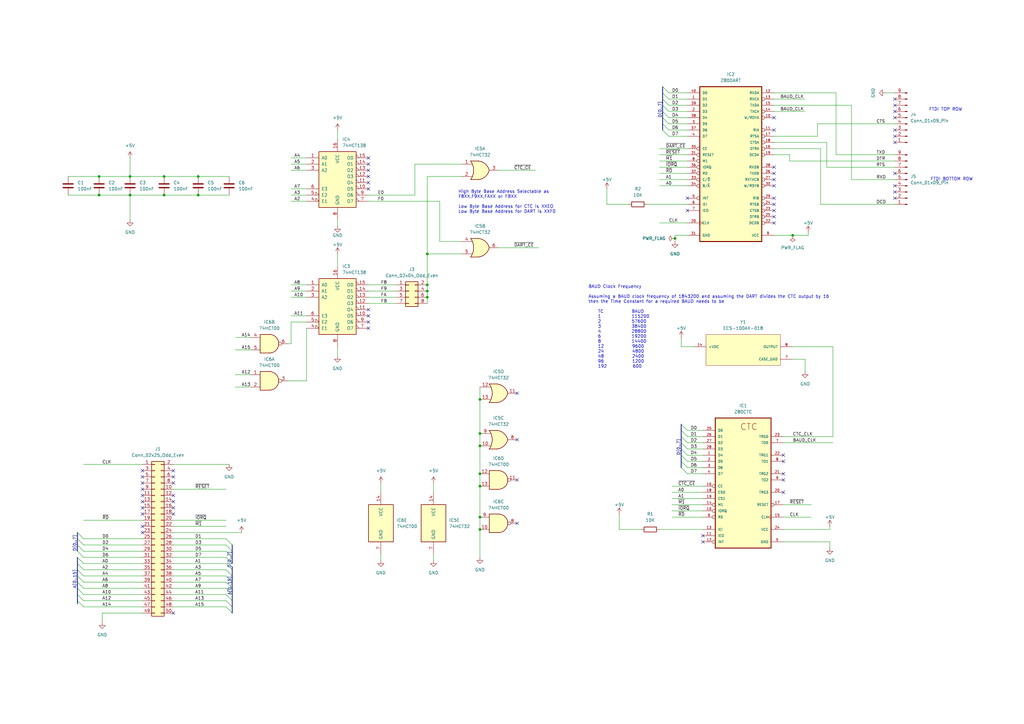
<source format=kicad_sch>
(kicad_sch (version 20230121) (generator eeschema)
  (paper "A3")
  (title_block (title "RABS664 Amstrad CPC CTC DART") (date "2023-08-12") (rev "2.0") (company "https://github.com/rabs664/Amstrad-CPC-CTC-DART"))
  (lib_symbols
    (symbol "74xx:74HCT00" (pin_names (offset 1.016))
      (property "Reference" "U" (at 0 1.27 0))
      (property "Value" "74HCT00" (at 0 -1.27 0))
      (symbol "74HCT00_1_1"
        (pin input line (at -7.62 2.54 0) (length 3.81) (name "~") (number "1"))
        (pin input line (at -7.62 -2.54 0) (length 3.81) (name "~") (number "2"))
        (pin output inverted (at 7.62 0 180) (length 3.81) (name "~") (number "3"))
      )
      (symbol "74HCT00_1_2"
        (pin input inverted (at -7.62 2.54 0) (length 4.318) (name "~") (number "1"))
        (pin input inverted (at -7.62 -2.54 0) (length 4.318) (name "~") (number "2"))
        (pin output line (at 7.62 0 180) (length 3.81) (name "~") (number "3"))
      )
      (symbol "74HCT00_2_1"
        (pin input line (at -7.62 2.54 0) (length 3.81) (name "~") (number "4"))
        (pin input line (at -7.62 -2.54 0) (length 3.81) (name "~") (number "5"))
        (pin output inverted (at 7.62 0 180) (length 3.81) (name "~") (number "6"))
      )
      (symbol "74HCT00_2_2"
        (pin input inverted (at -7.62 2.54 0) (length 4.318) (name "~") (number "4"))
        (pin input inverted (at -7.62 -2.54 0) (length 4.318) (name "~") (number "5"))
        (pin output line (at 7.62 0 180) (length 3.81) (name "~") (number "6"))
      )
      (symbol "74HCT00_3_1"
        (pin input line (at -7.62 -2.54 0) (length 3.81) (name "~") (number "10"))
        (pin output inverted (at 7.62 0 180) (length 3.81) (name "~") (number "8"))
        (pin input line (at -7.62 2.54 0) (length 3.81) (name "~") (number "9"))
      )
      (symbol "74HCT00_3_2"
        (pin input inverted (at -7.62 -2.54 0) (length 4.318) (name "~") (number "10"))
        (pin output line (at 7.62 0 180) (length 3.81) (name "~") (number "8"))
        (pin input inverted (at -7.62 2.54 0) (length 4.318) (name "~") (number "9"))
      )
      (symbol "74HCT00_4_1"
        (pin output inverted (at 7.62 0 180) (length 3.81) (name "~") (number "11"))
        (pin input line (at -7.62 2.54 0) (length 3.81) (name "~") (number "12"))
        (pin input line (at -7.62 -2.54 0) (length 3.81) (name "~") (number "13"))
      )
      (symbol "74HCT00_4_2"
        (pin output line (at 7.62 0 180) (length 3.81) (name "~") (number "11"))
        (pin input inverted (at -7.62 2.54 0) (length 4.318) (name "~") (number "12"))
        (pin input inverted (at -7.62 -2.54 0) (length 4.318) (name "~") (number "13"))
      )
      (symbol "74HCT00_5_0"
        (pin power_in line (at 0 12.7 270) (length 5.08) (name "VCC") (number "14"))
        (pin power_in line (at 0 -12.7 90) (length 5.08) (name "GND") (number "7"))
      )
    )
    (symbol "74xx:74LS138" (pin_names (offset 1.016))
      (property "Reference" "U" (at -7.62 11.43 0))
      (property "Value" "74LS138" (at -7.62 -13.97 0))
      (symbol "74LS138_1_0"
        (pin input line (at -12.7 7.62 0) (length 5.08) (name "A0") (number "1"))
        (pin output output_low (at 12.7 -5.08 180) (length 5.08) (name "O5") (number "10"))
        (pin output output_low (at 12.7 -2.54 180) (length 5.08) (name "O4") (number "11"))
        (pin output output_low (at 12.7 0 180) (length 5.08) (name "O3") (number "12"))
        (pin output output_low (at 12.7 2.54 180) (length 5.08) (name "O2") (number "13"))
        (pin output output_low (at 12.7 5.08 180) (length 5.08) (name "O1") (number "14"))
        (pin output output_low (at 12.7 7.62 180) (length 5.08) (name "O0") (number "15"))
        (pin power_in line (at 0 15.24 270) (length 5.08) (name "VCC") (number "16"))
        (pin input line (at -12.7 5.08 0) (length 5.08) (name "A1") (number "2"))
        (pin input line (at -12.7 2.54 0) (length 5.08) (name "A2") (number "3"))
        (pin input input_low (at -12.7 -10.16 0) (length 5.08) (name "E1") (number "4"))
        (pin input input_low (at -12.7 -7.62 0) (length 5.08) (name "E2") (number "5"))
        (pin input line (at -12.7 -5.08 0) (length 5.08) (name "E3") (number "6"))
        (pin output output_low (at 12.7 -10.16 180) (length 5.08) (name "O7") (number "7"))
        (pin power_in line (at 0 -17.78 90) (length 5.08) (name "GND") (number "8"))
        (pin output output_low (at 12.7 -7.62 180) (length 5.08) (name "O6") (number "9"))
      )
    )
    (symbol "74xx:74LS32" (pin_names (offset 1.016))
      (property "Reference" "U" (at 0 1.27 0))
      (property "Value" "74LS32" (at 0 -1.27 0))
      (symbol "74LS32_1_1"
        (pin input line (at -7.62 2.54 0) (length 4.318) (name "~") (number "1"))
        (pin input line (at -7.62 -2.54 0) (length 4.318) (name "~") (number "2"))
        (pin output line (at 7.62 0 180) (length 3.81) (name "~") (number "3"))
      )
      (symbol "74LS32_1_2"
        (pin input inverted (at -7.62 2.54 0) (length 3.81) (name "~") (number "1"))
        (pin input inverted (at -7.62 -2.54 0) (length 3.81) (name "~") (number "2"))
        (pin output inverted (at 7.62 0 180) (length 3.81) (name "~") (number "3"))
      )
      (symbol "74LS32_2_1"
        (pin input line (at -7.62 2.54 0) (length 4.318) (name "~") (number "4"))
        (pin input line (at -7.62 -2.54 0) (length 4.318) (name "~") (number "5"))
        (pin output line (at 7.62 0 180) (length 3.81) (name "~") (number "6"))
      )
      (symbol "74LS32_2_2"
        (pin input inverted (at -7.62 2.54 0) (length 3.81) (name "~") (number "4"))
        (pin input inverted (at -7.62 -2.54 0) (length 3.81) (name "~") (number "5"))
        (pin output inverted (at 7.62 0 180) (length 3.81) (name "~") (number "6"))
      )
      (symbol "74LS32_3_1"
        (pin input line (at -7.62 -2.54 0) (length 4.318) (name "~") (number "10"))
        (pin output line (at 7.62 0 180) (length 3.81) (name "~") (number "8"))
        (pin input line (at -7.62 2.54 0) (length 4.318) (name "~") (number "9"))
      )
      (symbol "74LS32_3_2"
        (pin input inverted (at -7.62 -2.54 0) (length 3.81) (name "~") (number "10"))
        (pin output inverted (at 7.62 0 180) (length 3.81) (name "~") (number "8"))
        (pin input inverted (at -7.62 2.54 0) (length 3.81) (name "~") (number "9"))
      )
      (symbol "74LS32_4_1"
        (pin output line (at 7.62 0 180) (length 3.81) (name "~") (number "11"))
        (pin input line (at -7.62 2.54 0) (length 4.318) (name "~") (number "12"))
        (pin input line (at -7.62 -2.54 0) (length 4.318) (name "~") (number "13"))
      )
      (symbol "74LS32_4_2"
        (pin output inverted (at 7.62 0 180) (length 3.81) (name "~") (number "11"))
        (pin input inverted (at -7.62 2.54 0) (length 3.81) (name "~") (number "12"))
        (pin input inverted (at -7.62 -2.54 0) (length 3.81) (name "~") (number "13"))
      )
      (symbol "74LS32_5_0"
        (pin power_in line (at 0 12.7 270) (length 5.08) (name "VCC") (number "14"))
        (pin power_in line (at 0 -12.7 90) (length 5.08) (name "GND") (number "7"))
      )
    )
    (symbol "Connector:Conn_01x09_Pin" (pin_names (offset 1.016) hide)
      (property "Reference" "J" (at 0 12.7 0))
      (property "Value" "Conn_01x09_Pin" (at 0 -12.7 0))
      (symbol "Conn_01x09_Pin_1_1"
        (pin passive line (at 5.08 10.16 180) (length 3.81) (name "Pin_1") (number "1"))
        (pin passive line (at 5.08 7.62 180) (length 3.81) (name "Pin_2") (number "2"))
        (pin passive line (at 5.08 5.08 180) (length 3.81) (name "Pin_3") (number "3"))
        (pin passive line (at 5.08 2.54 180) (length 3.81) (name "Pin_4") (number "4"))
        (pin passive line (at 5.08 0 180) (length 3.81) (name "Pin_5") (number "5"))
        (pin passive line (at 5.08 -2.54 180) (length 3.81) (name "Pin_6") (number "6"))
        (pin passive line (at 5.08 -5.08 180) (length 3.81) (name "Pin_7") (number "7"))
        (pin passive line (at 5.08 -7.62 180) (length 3.81) (name "Pin_8") (number "8"))
        (pin passive line (at 5.08 -10.16 180) (length 3.81) (name "Pin_9") (number "9"))
      )
    )
    (symbol "Connector_Generic:Conn_02x04_Odd_Even" (pin_names (offset 1.016) hide)
      (property "Reference" "J" (at 1.27 5.08 0))
      (property "Value" "Conn_02x04_Odd_Even" (at 1.27 -7.62 0))
      (symbol "Conn_02x04_Odd_Even_1_1"
        (pin passive line (at -5.08 2.54 0) (length 3.81) (name "Pin_1") (number "1"))
        (pin passive line (at 7.62 2.54 180) (length 3.81) (name "Pin_2") (number "2"))
        (pin passive line (at -5.08 0 0) (length 3.81) (name "Pin_3") (number "3"))
        (pin passive line (at 7.62 0 180) (length 3.81) (name "Pin_4") (number "4"))
        (pin passive line (at -5.08 -2.54 0) (length 3.81) (name "Pin_5") (number "5"))
        (pin passive line (at 7.62 -2.54 180) (length 3.81) (name "Pin_6") (number "6"))
        (pin passive line (at -5.08 -5.08 0) (length 3.81) (name "Pin_7") (number "7"))
        (pin passive line (at 7.62 -5.08 180) (length 3.81) (name "Pin_8") (number "8"))
      )
    )
    (symbol "Connector_Generic:Conn_02x25_Odd_Even" (pin_names (offset 1.016) hide)
      (property "Reference" "J" (at 1.27 33.02 0))
      (property "Value" "Conn_02x25_Odd_Even" (at 1.27 -33.02 0))
      (symbol "Conn_02x25_Odd_Even_1_1"
        (pin passive line (at -5.08 30.48 0) (length 3.81) (name "Pin_1") (number "1"))
        (pin passive line (at 7.62 20.32 180) (length 3.81) (name "Pin_10") (number "10"))
        (pin passive line (at -5.08 17.78 0) (length 3.81) (name "Pin_11") (number "11"))
        (pin passive line (at 7.62 17.78 180) (length 3.81) (name "Pin_12") (number "12"))
        (pin passive line (at -5.08 15.24 0) (length 3.81) (name "Pin_13") (number "13"))
        (pin passive line (at 7.62 15.24 180) (length 3.81) (name "Pin_14") (number "14"))
        (pin passive line (at -5.08 12.7 0) (length 3.81) (name "Pin_15") (number "15"))
        (pin passive line (at 7.62 12.7 180) (length 3.81) (name "Pin_16") (number "16"))
        (pin passive line (at -5.08 10.16 0) (length 3.81) (name "Pin_17") (number "17"))
        (pin passive line (at 7.62 10.16 180) (length 3.81) (name "Pin_18") (number "18"))
        (pin passive line (at -5.08 7.62 0) (length 3.81) (name "Pin_19") (number "19"))
        (pin passive line (at 7.62 30.48 180) (length 3.81) (name "Pin_2") (number "2"))
        (pin passive line (at 7.62 7.62 180) (length 3.81) (name "Pin_20") (number "20"))
        (pin passive line (at -5.08 5.08 0) (length 3.81) (name "Pin_21") (number "21"))
        (pin passive line (at 7.62 5.08 180) (length 3.81) (name "Pin_22") (number "22"))
        (pin passive line (at -5.08 2.54 0) (length 3.81) (name "Pin_23") (number "23"))
        (pin passive line (at 7.62 2.54 180) (length 3.81) (name "Pin_24") (number "24"))
        (pin passive line (at -5.08 0 0) (length 3.81) (name "Pin_25") (number "25"))
        (pin passive line (at 7.62 0 180) (length 3.81) (name "Pin_26") (number "26"))
        (pin passive line (at -5.08 -2.54 0) (length 3.81) (name "Pin_27") (number "27"))
        (pin passive line (at 7.62 -2.54 180) (length 3.81) (name "Pin_28") (number "28"))
        (pin passive line (at -5.08 -5.08 0) (length 3.81) (name "Pin_29") (number "29"))
        (pin passive line (at -5.08 27.94 0) (length 3.81) (name "Pin_3") (number "3"))
        (pin passive line (at 7.62 -5.08 180) (length 3.81) (name "Pin_30") (number "30"))
        (pin passive line (at -5.08 -7.62 0) (length 3.81) (name "Pin_31") (number "31"))
        (pin passive line (at 7.62 -7.62 180) (length 3.81) (name "Pin_32") (number "32"))
        (pin passive line (at -5.08 -10.16 0) (length 3.81) (name "Pin_33") (number "33"))
        (pin passive line (at 7.62 -10.16 180) (length 3.81) (name "Pin_34") (number "34"))
        (pin passive line (at -5.08 -12.7 0) (length 3.81) (name "Pin_35") (number "35"))
        (pin passive line (at 7.62 -12.7 180) (length 3.81) (name "Pin_36") (number "36"))
        (pin passive line (at -5.08 -15.24 0) (length 3.81) (name "Pin_37") (number "37"))
        (pin passive line (at 7.62 -15.24 180) (length 3.81) (name "Pin_38") (number "38"))
        (pin passive line (at -5.08 -17.78 0) (length 3.81) (name "Pin_39") (number "39"))
        (pin passive line (at 7.62 27.94 180) (length 3.81) (name "Pin_4") (number "4"))
        (pin passive line (at 7.62 -17.78 180) (length 3.81) (name "Pin_40") (number "40"))
        (pin passive line (at -5.08 -20.32 0) (length 3.81) (name "Pin_41") (number "41"))
        (pin passive line (at 7.62 -20.32 180) (length 3.81) (name "Pin_42") (number "42"))
        (pin passive line (at -5.08 -22.86 0) (length 3.81) (name "Pin_43") (number "43"))
        (pin passive line (at 7.62 -22.86 180) (length 3.81) (name "Pin_44") (number "44"))
        (pin passive line (at -5.08 -25.4 0) (length 3.81) (name "Pin_45") (number "45"))
        (pin passive line (at 7.62 -25.4 180) (length 3.81) (name "Pin_46") (number "46"))
        (pin passive line (at -5.08 -27.94 0) (length 3.81) (name "Pin_47") (number "47"))
        (pin passive line (at 7.62 -27.94 180) (length 3.81) (name "Pin_48") (number "48"))
        (pin passive line (at -5.08 -30.48 0) (length 3.81) (name "Pin_49") (number "49"))
        (pin passive line (at -5.08 25.4 0) (length 3.81) (name "Pin_5") (number "5"))
        (pin passive line (at 7.62 -30.48 180) (length 3.81) (name "Pin_50") (number "50"))
        (pin passive line (at 7.62 25.4 180) (length 3.81) (name "Pin_6") (number "6"))
        (pin passive line (at -5.08 22.86 0) (length 3.81) (name "Pin_7") (number "7"))
        (pin passive line (at 7.62 22.86 180) (length 3.81) (name "Pin_8") (number "8"))
        (pin passive line (at -5.08 20.32 0) (length 3.81) (name "Pin_9") (number "9"))
      )
    )
    (symbol "Device:C" (pin_numbers hide) (pin_names (offset 0.254))
      (property "Reference" "C" (at 0.635 2.54 0))
      (property "Value" "C" (at 0.635 -2.54 0))
      (symbol "C_1_1"
        (pin passive line (at 0 3.81 270) (length 2.794) (name "~") (number "1"))
        (pin passive line (at 0 -3.81 90) (length 2.794) (name "~") (number "2"))
      )
    )
    (symbol "Device:R" (pin_numbers hide) (pin_names (offset 0))
      (property "Reference" "R" (at 2.032 0 90))
      (property "Value" "R" (at 0 0 90))
      (symbol "R_1_1"
        (pin passive line (at 0 3.81 270) (length 1.27) (name "~") (number "1"))
        (pin passive line (at 0 -3.81 90) (length 1.27) (name "~") (number "2"))
      )
    )
    (symbol "ECS-100AX-018:ECS-100AX-018" (pin_names (offset 1.016))
      (property "Reference" "Y" (at -15.2829 5.0943 0))
      (property "Value" "ECS-100AX-018" (at -15.268 -10.1787 0))
      (symbol "ECS-100AX-018_0_0"
        (pin input line (at -20.32 0 0) (length 5.08) (name "+VDC") (number "14"))
        (pin power_in line (at 20.32 -5.08 180) (length 5.08) (name "CASE_GND") (number "7"))
        (pin output line (at 20.32 0 180) (length 5.08) (name "OUTPUT") (number "8"))
      )
    )
    (symbol "Z80CTC:Z80CTC" (pin_names (offset 1.016))
      (property "Reference" "IC" (at -12.7212 26.0785 0))
      (property "Value" "Z80CTC" (at -12.713 -30.5113 0))
      (symbol "Z80CTC_0_0"
        (text "CTC" (at -2.5413 20.3307 0) (effects (font (size 2.5413 2.5413)) (justify left bottom)))
        (pin bidirectional line (at -17.78 10.16 0) (length 5.08) (name "D4") (number "1"))
        (pin input inverted (at -17.78 -12.7 0) (length 5.08) (name "IORQ") (number "10"))
        (pin output line (at -17.78 -22.86 0) (length 5.08) (name "IEO") (number "11"))
        (pin output inverted (at -17.78 -25.4 0) (length 5.08) (name "INT") (number "12"))
        (pin input line (at -17.78 -20.32 0) (length 5.08) (name "IEI") (number "13"))
        (pin input inverted (at -17.78 -10.16 0) (length 5.08) (name "M1") (number "14"))
        (pin input clock (at 15.24 -15.24 180) (length 5.08) (name "CLK") (number "15"))
        (pin input inverted (at -17.78 -2.54 0) (length 5.08) (name "CE") (number "16"))
        (pin input inverted (at 15.24 -10.16 180) (length 5.08) (name "RESET") (number "17"))
        (pin input line (at -17.78 -5.08 0) (length 5.08) (name "CS0") (number "18"))
        (pin input line (at -17.78 -7.62 0) (length 5.08) (name "CS1") (number "19"))
        (pin bidirectional line (at -17.78 7.62 0) (length 5.08) (name "D5") (number "2"))
        (pin input line (at 15.24 -5.08 180) (length 5.08) (name "TRG3") (number "20"))
        (pin input line (at 15.24 2.54 180) (length 5.08) (name "TRG2") (number "21"))
        (pin input line (at 15.24 10.16 180) (length 5.08) (name "TRG1") (number "22"))
        (pin input line (at 15.24 17.78 180) (length 5.08) (name "TRG0") (number "23"))
        (pin power_in line (at 15.24 -20.32 180) (length 5.08) (name "VCC") (number "24"))
        (pin bidirectional line (at -17.78 20.32 0) (length 5.08) (name "D0") (number "25"))
        (pin bidirectional line (at -17.78 17.78 0) (length 5.08) (name "D1") (number "26"))
        (pin bidirectional line (at -17.78 15.24 0) (length 5.08) (name "D2") (number "27"))
        (pin bidirectional line (at -17.78 12.7 0) (length 5.08) (name "D3") (number "28"))
        (pin bidirectional line (at -17.78 5.08 0) (length 5.08) (name "D6") (number "3"))
        (pin bidirectional line (at -17.78 2.54 0) (length 5.08) (name "D7") (number "4"))
        (pin power_in line (at 15.24 -25.4 180) (length 5.08) (name "GND") (number "5"))
        (pin input inverted (at -17.78 -15.24 0) (length 5.08) (name "RD") (number "6"))
        (pin output line (at 15.24 15.24 180) (length 5.08) (name "TO0") (number "7"))
        (pin output line (at 15.24 7.62 180) (length 5.08) (name "TO1") (number "8"))
        (pin output line (at 15.24 0 180) (length 5.08) (name "TO2") (number "9"))
      )
    )
    (symbol "Z80DART:Z80DART" (pin_names (offset 1.016))
      (property "Reference" "IC" (at -12.7065 28.5896 0))
      (property "Value" "Z80DART" (at -12.7183 -38.1548 0))
      (symbol "Z80DART_0_0"
        (pin bidirectional line (at -17.78 22.86 0) (length 5.08) (name "D1") (number "1"))
        (pin output inverted (at 17.78 15.24 180) (length 5.08) (name "W/RDYA") (number "10"))
        (pin input inverted (at 17.78 10.16 180) (length 5.08) (name "RIA") (number "11"))
        (pin input line (at 17.78 25.4 180) (length 5.08) (name "RXDA") (number "12"))
        (pin input inverted (at 17.78 22.86 180) (length 5.08) (name "RXCA") (number "13"))
        (pin input inverted (at 17.78 17.78 180) (length 5.08) (name "TXCA") (number "14"))
        (pin output line (at 17.78 20.32 180) (length 5.08) (name "TXDA") (number "15"))
        (pin output inverted (at 17.78 2.54 180) (length 5.08) (name "DTRA") (number "16"))
        (pin output inverted (at 17.78 7.62 180) (length 5.08) (name "RTSA") (number "17"))
        (pin input inverted (at 17.78 5.08 180) (length 5.08) (name "CTSA") (number "18"))
        (pin input inverted (at 17.78 0 180) (length 5.08) (name "DCDA") (number "19"))
        (pin bidirectional line (at -17.78 17.78 0) (length 5.08) (name "D3") (number "2"))
        (pin input clock (at -17.78 -27.94 0) (length 5.08) (name "CLK") (number "20"))
        (pin input inverted (at -17.78 0 0) (length 5.08) (name "RESET") (number "21"))
        (pin input inverted (at 17.78 -27.94 180) (length 5.08) (name "DCDB") (number "22"))
        (pin input inverted (at 17.78 -22.86 180) (length 5.08) (name "CTSB") (number "23"))
        (pin output inverted (at 17.78 -20.32 180) (length 5.08) (name "RTSB") (number "24"))
        (pin output inverted (at 17.78 -25.4 180) (length 5.08) (name "DTRB") (number "25"))
        (pin output line (at 17.78 -7.62 180) (length 5.08) (name "TXDB") (number "26"))
        (pin input inverted (at 17.78 -10.16 180) (length 5.08) (name "RXTXCB") (number "27"))
        (pin input line (at 17.78 -5.08 180) (length 5.08) (name "RXDB") (number "28"))
        (pin input inverted (at 17.78 -17.78 180) (length 5.08) (name "RIB") (number "29"))
        (pin bidirectional line (at -17.78 12.7 0) (length 5.08) (name "D5") (number "3"))
        (pin output inverted (at 17.78 -12.7 180) (length 5.08) (name "W/RDYB") (number "30"))
        (pin power_in line (at -17.78 -33.02 0) (length 5.08) (name "GND") (number "31"))
        (pin input inverted (at -17.78 -7.62 0) (length 5.08) (name "RD") (number "32"))
        (pin input inverted (at -17.78 -10.16 0) (length 5.08) (name "C/~{D}") (number "33"))
        (pin input inverted (at -17.78 -12.7 0) (length 5.08) (name "B/~{A}") (number "34"))
        (pin input inverted (at -17.78 2.54 0) (length 5.08) (name "CE") (number "35"))
        (pin input inverted (at -17.78 -5.08 0) (length 5.08) (name "IORQ") (number "36"))
        (pin bidirectional line (at -17.78 10.16 0) (length 5.08) (name "D6") (number "37"))
        (pin bidirectional line (at -17.78 15.24 0) (length 5.08) (name "D4") (number "38"))
        (pin bidirectional line (at -17.78 20.32 0) (length 5.08) (name "D2") (number "39"))
        (pin bidirectional line (at -17.78 7.62 0) (length 5.08) (name "D7") (number "4"))
        (pin bidirectional line (at -17.78 25.4 0) (length 5.08) (name "D0") (number "40"))
        (pin open_collector inverted (at -17.78 -17.78 0) (length 5.08) (name "INT") (number "5"))
        (pin input line (at -17.78 -20.32 0) (length 5.08) (name "IEI") (number "6"))
        (pin output line (at -17.78 -22.86 0) (length 5.08) (name "IEO") (number "7"))
        (pin input inverted (at -17.78 -2.54 0) (length 5.08) (name "M1") (number "8"))
        (pin power_in line (at 17.78 -33.02 180) (length 5.08) (name "VCC") (number "9"))
      )
    )
    (symbol "power:+5V" (power) (pin_names (offset 0))
      (property "Value" "+5V" (at 0 3.556 0))
      (symbol "+5V_1_1"
        (pin power_in line (at 0 0 90) (length 0) hide (name "+5V") (number "1"))
      )
    )
    (symbol "power:GND" (power) (pin_names (offset 0))
      (property "Value" "GND" (at 0 -3.81 0))
      (symbol "GND_1_1"
        (pin power_in line (at 0 0 270) (length 0) hide (name "GND") (number "1"))
      )
    )
    (symbol "power:PWR_FLAG" (power) (pin_numbers hide) (pin_names (offset 0) hide)
      (property "Value" "PWR_FLAG" (at 0 3.81 0))
      (symbol "PWR_FLAG_0_0"
        (pin power_out line (at 0 0 90) (length 0) (name "pwr") (number "1"))
      )
    )
  )
  (junction (at 325.12 96.52))
  (junction (at 175.26 104.14))
  (junction (at 196.85 199.39))
  (junction (at 196.85 217.17))
  (junction (at 196.85 212.09))
  (junction (at 196.85 182.88))
  (junction (at 40.64 80.01))
  (junction (at 40.64 72.39))
  (junction (at 276.86 97.79))
  (junction (at 53.34 80.01))
  (junction (at 196.85 177.8))
  (junction (at 175.26 119.38))
  (junction (at 81.28 80.01))
  (junction (at 81.28 72.39))
  (junction (at 175.26 121.92))
  (junction (at 67.31 80.01))
  (junction (at 67.31 72.39))
  (junction (at 196.85 163.83))
  (junction (at 196.85 194.31))
  (junction (at 53.34 72.39))
  (junction (at 175.26 116.84))
  (no_connect (at 58.42 193.04))
  (no_connect (at 71.12 251.46))
  (no_connect (at 367.03 55.88))
  (no_connect (at 58.42 205.74))
  (no_connect (at 58.42 200.66))
  (no_connect (at 367.03 58.42))
  (no_connect (at 317.5 53.34))
  (no_connect (at 151.13 67.31))
  (no_connect (at 367.03 76.2))
  (no_connect (at 151.13 72.39))
  (no_connect (at 71.12 195.58))
  (no_connect (at 367.03 53.34))
  (no_connect (at 367.03 45.72))
  (no_connect (at 317.5 48.26))
  (no_connect (at 58.42 195.58))
  (no_connect (at 288.29 219.71))
  (no_connect (at 212.09 180.34))
  (no_connect (at 58.42 218.44))
  (no_connect (at 321.31 196.85))
  (no_connect (at 212.09 161.29))
  (no_connect (at 71.12 208.28))
  (no_connect (at 58.42 208.28))
  (no_connect (at 151.13 129.54))
  (no_connect (at 151.13 134.62))
  (no_connect (at 317.5 68.58))
  (no_connect (at 317.5 71.12))
  (no_connect (at 367.03 48.26))
  (no_connect (at 367.03 43.18))
  (no_connect (at 71.12 198.12))
  (no_connect (at 367.03 71.12))
  (no_connect (at 212.09 196.85))
  (no_connect (at 71.12 205.74))
  (no_connect (at 317.5 91.44))
  (no_connect (at 367.03 40.64))
  (no_connect (at 151.13 127))
  (no_connect (at 151.13 77.47))
  (no_connect (at 367.03 78.74))
  (no_connect (at 317.5 76.2))
  (no_connect (at 367.03 81.28))
  (no_connect (at 281.94 86.36))
  (no_connect (at 317.5 81.28))
  (no_connect (at 317.5 86.36))
  (no_connect (at 281.94 81.28))
  (no_connect (at 71.12 210.82))
  (no_connect (at 58.42 203.2))
  (no_connect (at 317.5 88.9))
  (no_connect (at 151.13 64.77))
  (no_connect (at 58.42 215.9))
  (no_connect (at 317.5 73.66))
  (no_connect (at 321.31 186.69))
  (no_connect (at 71.12 193.04))
  (no_connect (at 321.31 189.23))
  (no_connect (at 151.13 74.93))
  (no_connect (at 58.42 210.82))
  (no_connect (at 151.13 132.08))
  (no_connect (at 71.12 203.2))
  (no_connect (at 321.31 194.31))
  (no_connect (at 321.31 201.93))
  (no_connect (at 317.5 83.82))
  (no_connect (at 58.42 198.12))
  (no_connect (at 151.13 69.85))
  (no_connect (at 288.29 222.25))
  (no_connect (at 212.09 214.63))
  (bus_entry (at 279.4 176.53) (size 2.54 2.54))
  (bus_entry (at 279.4 191.77) (size 2.54 2.54))
  (bus_entry (at 31.75 236.22) (size 2.54 2.54))
  (bus_entry (at 92.71 226.06) (size 2.54 2.54))
  (bus_entry (at 271.78 53.34) (size 2.54 2.54))
  (bus_entry (at 31.75 233.68) (size 2.54 2.54))
  (bus_entry (at 31.75 226.06) (size 2.54 2.54))
  (bus_entry (at 92.71 248.92) (size 2.54 2.54))
  (bus_entry (at 271.78 43.18) (size 2.54 2.54))
  (bus_entry (at 31.75 228.6) (size 2.54 2.54))
  (bus_entry (at 31.75 243.84) (size 2.54 2.54))
  (bus_entry (at 31.75 231.14) (size 2.54 2.54))
  (bus_entry (at 92.71 220.98) (size 2.54 2.54))
  (bus_entry (at 279.4 189.23) (size 2.54 2.54))
  (bus_entry (at 31.75 241.3) (size 2.54 2.54))
  (bus_entry (at 92.71 233.68) (size 2.54 2.54))
  (bus_entry (at 279.4 181.61) (size 2.54 2.54))
  (bus_entry (at 279.4 186.69) (size 2.54 2.54))
  (bus_entry (at 92.71 228.6) (size 2.54 2.54))
  (bus_entry (at 271.78 50.8) (size 2.54 2.54))
  (bus_entry (at 92.71 223.52) (size 2.54 2.54))
  (bus_entry (at 271.78 45.72) (size 2.54 2.54))
  (bus_entry (at 271.78 40.64) (size 2.54 2.54))
  (bus_entry (at 271.78 48.26) (size 2.54 2.54))
  (bus_entry (at 92.71 238.76) (size 2.54 2.54))
  (bus_entry (at 279.4 184.15) (size 2.54 2.54))
  (bus_entry (at 279.4 173.99) (size 2.54 2.54))
  (bus_entry (at 31.75 220.98) (size 2.54 2.54))
  (bus_entry (at 92.71 246.38) (size 2.54 2.54))
  (bus_entry (at 31.75 246.38) (size 2.54 2.54))
  (bus_entry (at 92.71 243.84) (size 2.54 2.54))
  (bus_entry (at 31.75 238.76) (size 2.54 2.54))
  (bus_entry (at 92.71 231.14) (size 2.54 2.54))
  (bus_entry (at 271.78 38.1) (size 2.54 2.54))
  (bus_entry (at 92.71 236.22) (size 2.54 2.54))
  (bus_entry (at 92.71 241.3) (size 2.54 2.54))
  (bus_entry (at 271.78 35.56) (size 2.54 2.54))
  (bus_entry (at 31.75 218.44) (size 2.54 2.54))
  (bus_entry (at 31.75 223.52) (size 2.54 2.54))
  (bus_entry (at 279.4 179.07) (size 2.54 2.54))
  (wire (pts (xy 335.28 50.8) (xy 335.28 55.88)))
  (wire (pts (xy 71.12 243.84) (xy 92.71 243.84)))
  (wire (pts (xy 34.29 231.14) (xy 58.42 231.14)))
  (bus (pts (xy 31.75 220.98) (xy 31.75 223.52)))
  (wire (pts (xy 339.09 58.42) (xy 317.5 58.42)))
  (bus (pts (xy 31.75 241.3) (xy 31.75 243.84)))
  (wire (pts (xy 336.55 83.82) (xy 336.55 60.96)))
  (wire (pts (xy 349.25 73.66) (xy 367.03 73.66)))
  (wire (pts (xy 274.32 50.8) (xy 281.94 50.8)))
  (wire (pts (xy 71.12 213.36) (xy 92.71 213.36)))
  (wire (pts (xy 138.43 142.24) (xy 138.43 146.05)))
  (wire (pts (xy 151.13 121.92) (xy 162.56 121.92)))
  (wire (pts (xy 275.59 199.39) (xy 288.29 199.39)))
  (wire (pts (xy 34.29 223.52) (xy 58.42 223.52)))
  (bus (pts (xy 95.25 228.6) (xy 95.25 231.14)))
  (bus (pts (xy 271.78 43.18) (xy 271.78 45.72)))
  (wire (pts (xy 196.85 212.09) (xy 196.85 217.17)))
  (wire (pts (xy 270.51 66.04) (xy 281.94 66.04)))
  (wire (pts (xy 276.86 96.52) (xy 281.94 96.52)))
  (wire (pts (xy 196.85 199.39) (xy 196.85 212.09)))
  (wire (pts (xy 151.13 82.55) (xy 180.34 82.55)))
  (bus (pts (xy 279.4 189.23) (xy 279.4 191.77)))
  (wire (pts (xy 53.34 64.77) (xy 53.34 72.39)))
  (wire (pts (xy 34.29 220.98) (xy 58.42 220.98)))
  (bus (pts (xy 271.78 48.26) (xy 271.78 50.8)))
  (wire (pts (xy 71.12 200.66) (xy 92.71 200.66)))
  (bus (pts (xy 31.75 231.14) (xy 31.75 233.68)))
  (wire (pts (xy 71.12 246.38) (xy 92.71 246.38)))
  (wire (pts (xy 118.11 140.97) (xy 119.38 140.97)))
  (wire (pts (xy 367.03 83.82) (xy 336.55 83.82)))
  (wire (pts (xy 151.13 80.01) (xy 170.18 80.01)))
  (wire (pts (xy 330.2 147.32) (xy 325.12 147.32)))
  (wire (pts (xy 317.5 38.1) (xy 342.9 38.1)))
  (bus (pts (xy 31.75 218.44) (xy 31.75 220.98)))
  (wire (pts (xy 41.91 251.46) (xy 41.91 255.27)))
  (bus (pts (xy 271.78 45.72) (xy 271.78 48.26)))
  (wire (pts (xy 96.52 138.43) (xy 102.87 138.43)))
  (wire (pts (xy 71.12 236.22) (xy 92.71 236.22)))
  (wire (pts (xy 317.5 43.18) (xy 349.25 43.18)))
  (wire (pts (xy 34.29 246.38) (xy 58.42 246.38)))
  (wire (pts (xy 81.28 72.39) (xy 93.98 72.39)))
  (wire (pts (xy 281.94 176.53) (xy 288.29 176.53)))
  (wire (pts (xy 119.38 69.85) (xy 125.73 69.85)))
  (wire (pts (xy 58.42 251.46) (xy 41.91 251.46)))
  (bus (pts (xy 95.25 238.76) (xy 95.25 241.3)))
  (wire (pts (xy 71.12 215.9) (xy 92.71 215.9)))
  (wire (pts (xy 175.26 116.84) (xy 175.26 119.38)))
  (wire (pts (xy 71.12 218.44) (xy 99.06 218.44)))
  (bus (pts (xy 31.75 223.52) (xy 31.75 226.06)))
  (wire (pts (xy 71.12 238.76) (xy 92.71 238.76)))
  (bus (pts (xy 271.78 40.64) (xy 271.78 43.18)))
  (wire (pts (xy 119.38 82.55) (xy 125.73 82.55)))
  (wire (pts (xy 96.52 158.75) (xy 102.87 158.75)))
  (wire (pts (xy 119.38 77.47) (xy 125.73 77.47)))
  (wire (pts (xy 175.26 116.84) (xy 175.26 104.14)))
  (wire (pts (xy 196.85 177.8) (xy 196.85 182.88)))
  (wire (pts (xy 270.51 76.2) (xy 281.94 76.2)))
  (wire (pts (xy 317.5 55.88) (xy 335.28 55.88)))
  (wire (pts (xy 170.18 67.31) (xy 189.23 67.31)))
  (wire (pts (xy 196.85 158.75) (xy 196.85 163.83)))
  (bus (pts (xy 31.75 238.76) (xy 31.75 241.3)))
  (bus (pts (xy 31.75 236.22) (xy 31.75 238.76)))
  (wire (pts (xy 34.29 226.06) (xy 58.42 226.06)))
  (wire (pts (xy 274.32 38.1) (xy 281.94 38.1)))
  (wire (pts (xy 175.26 72.39) (xy 175.26 104.14)))
  (wire (pts (xy 119.38 64.77) (xy 125.73 64.77)))
  (bus (pts (xy 95.25 226.06) (xy 95.25 228.6)))
  (wire (pts (xy 27.94 72.39) (xy 40.64 72.39)))
  (wire (pts (xy 196.85 217.17) (xy 196.85 228.6)))
  (wire (pts (xy 254 217.17) (xy 254 210.82)))
  (wire (pts (xy 367.03 66.04) (xy 323.85 66.04)))
  (wire (pts (xy 71.12 233.68) (xy 92.71 233.68)))
  (wire (pts (xy 323.85 66.04) (xy 323.85 63.5)))
  (wire (pts (xy 270.51 91.44) (xy 281.94 91.44)))
  (wire (pts (xy 274.32 55.88) (xy 281.94 55.88)))
  (wire (pts (xy 138.43 90.17) (xy 138.43 92.71)))
  (wire (pts (xy 196.85 194.31) (xy 196.85 199.39)))
  (wire (pts (xy 270.51 71.12) (xy 281.94 71.12)))
  (wire (pts (xy 262.89 217.17) (xy 254 217.17)))
  (wire (pts (xy 321.31 212.09) (xy 332.74 212.09)))
  (wire (pts (xy 53.34 80.01) (xy 53.34 90.17)))
  (wire (pts (xy 341.63 179.07) (xy 321.31 179.07)))
  (bus (pts (xy 279.4 173.99) (xy 279.4 176.53)))
  (wire (pts (xy 275.59 212.09) (xy 288.29 212.09)))
  (wire (pts (xy 96.52 143.51) (xy 102.87 143.51)))
  (wire (pts (xy 275.59 201.93) (xy 288.29 201.93)))
  (bus (pts (xy 279.4 181.61) (xy 279.4 184.15)))
  (wire (pts (xy 279.4 142.24) (xy 279.4 138.43)))
  (wire (pts (xy 40.64 80.01) (xy 53.34 80.01)))
  (wire (pts (xy 274.32 45.72) (xy 281.94 45.72)))
  (wire (pts (xy 71.12 223.52) (xy 92.71 223.52)))
  (wire (pts (xy 325.12 142.24) (xy 341.63 142.24)))
  (bus (pts (xy 95.25 236.22) (xy 95.25 238.76)))
  (bus (pts (xy 271.78 50.8) (xy 271.78 53.34)))
  (wire (pts (xy 204.47 69.85) (xy 219.71 69.85)))
  (wire (pts (xy 317.5 40.64) (xy 330.2 40.64)))
  (wire (pts (xy 119.38 132.08) (xy 125.73 132.08)))
  (bus (pts (xy 95.25 243.84) (xy 95.25 246.38)))
  (wire (pts (xy 180.34 99.06) (xy 189.23 99.06)))
  (wire (pts (xy 175.26 104.14) (xy 189.23 104.14)))
  (wire (pts (xy 119.38 119.38) (xy 125.73 119.38)))
  (wire (pts (xy 151.13 119.38) (xy 162.56 119.38)))
  (bus (pts (xy 279.4 184.15) (xy 279.4 186.69)))
  (wire (pts (xy 71.12 248.92) (xy 92.71 248.92)))
  (wire (pts (xy 71.12 190.5) (xy 93.98 190.5)))
  (wire (pts (xy 170.18 80.01) (xy 170.18 67.31)))
  (wire (pts (xy 270.51 60.96) (xy 281.94 60.96)))
  (wire (pts (xy 325.12 96.52) (xy 331.47 96.52)))
  (wire (pts (xy 274.32 43.18) (xy 281.94 43.18)))
  (wire (pts (xy 34.29 248.92) (xy 58.42 248.92)))
  (wire (pts (xy 196.85 182.88) (xy 196.85 194.31)))
  (wire (pts (xy 53.34 72.39) (xy 67.31 72.39)))
  (wire (pts (xy 34.29 190.5) (xy 58.42 190.5)))
  (wire (pts (xy 274.32 53.34) (xy 281.94 53.34)))
  (wire (pts (xy 156.21 227.33) (xy 156.21 229.87)))
  (wire (pts (xy 175.26 119.38) (xy 175.26 121.92)))
  (bus (pts (xy 31.75 233.68) (xy 31.75 236.22)))
  (wire (pts (xy 125.73 156.21) (xy 125.73 134.62)))
  (bus (pts (xy 271.78 35.56) (xy 271.78 38.1)))
  (wire (pts (xy 196.85 163.83) (xy 196.85 177.8)))
  (bus (pts (xy 95.25 232.41) (xy 95.25 233.68)))
  (wire (pts (xy 156.21 198.12) (xy 156.21 201.93)))
  (wire (pts (xy 336.55 60.96) (xy 317.5 60.96)))
  (wire (pts (xy 270.51 73.66) (xy 281.94 73.66)))
  (wire (pts (xy 119.38 116.84) (xy 125.73 116.84)))
  (wire (pts (xy 265.43 83.82) (xy 281.94 83.82)))
  (wire (pts (xy 317.5 96.52) (xy 325.12 96.52)))
  (wire (pts (xy 367.03 68.58) (xy 339.09 68.58)))
  (bus (pts (xy 95.25 233.68) (xy 95.25 236.22)))
  (wire (pts (xy 321.31 207.01) (xy 332.74 207.01)))
  (wire (pts (xy 341.63 142.24) (xy 341.63 179.07)))
  (wire (pts (xy 342.9 63.5) (xy 342.9 38.1)))
  (wire (pts (xy 71.12 228.6) (xy 92.71 228.6)))
  (wire (pts (xy 119.38 140.97) (xy 119.38 132.08)))
  (wire (pts (xy 34.29 213.36) (xy 58.42 213.36)))
  (wire (pts (xy 67.31 72.39) (xy 81.28 72.39)))
  (wire (pts (xy 340.36 217.17) (xy 340.36 215.9)))
  (wire (pts (xy 281.94 194.31) (xy 288.29 194.31)))
  (wire (pts (xy 321.31 217.17) (xy 340.36 217.17)))
  (wire (pts (xy 270.51 63.5) (xy 281.94 63.5)))
  (wire (pts (xy 281.94 186.69) (xy 288.29 186.69)))
  (bus (pts (xy 95.25 248.92) (xy 95.25 251.46)))
  (bus (pts (xy 279.4 179.07) (xy 279.4 181.61)))
  (wire (pts (xy 331.47 95.25) (xy 331.47 96.52)))
  (wire (pts (xy 34.29 233.68) (xy 58.42 233.68)))
  (wire (pts (xy 119.38 80.01) (xy 125.73 80.01)))
  (wire (pts (xy 71.12 231.14) (xy 92.71 231.14)))
  (wire (pts (xy 96.52 153.67) (xy 102.87 153.67)))
  (wire (pts (xy 330.2 152.4) (xy 330.2 147.32)))
  (wire (pts (xy 275.59 207.01) (xy 288.29 207.01)))
  (wire (pts (xy 138.43 53.34) (xy 138.43 57.15)))
  (wire (pts (xy 349.25 43.18) (xy 349.25 73.66)))
  (wire (pts (xy 281.94 191.77) (xy 288.29 191.77)))
  (wire (pts (xy 248.92 83.82) (xy 248.92 77.47)))
  (wire (pts (xy 34.29 241.3) (xy 58.42 241.3)))
  (wire (pts (xy 367.03 50.8) (xy 335.28 50.8)))
  (bus (pts (xy 279.4 186.69) (xy 279.4 189.23)))
  (wire (pts (xy 274.32 48.26) (xy 281.94 48.26)))
  (wire (pts (xy 189.23 72.39) (xy 175.26 72.39)))
  (wire (pts (xy 275.59 204.47) (xy 288.29 204.47)))
  (wire (pts (xy 175.26 121.92) (xy 175.26 124.46)))
  (wire (pts (xy 257.81 83.82) (xy 248.92 83.82)))
  (wire (pts (xy 81.28 80.01) (xy 93.98 80.01)))
  (wire (pts (xy 323.85 63.5) (xy 317.5 63.5)))
  (wire (pts (xy 34.29 236.22) (xy 58.42 236.22)))
  (bus (pts (xy 95.25 241.3) (xy 95.25 243.84)))
  (wire (pts (xy 367.03 38.1) (xy 363.22 38.1)))
  (bus (pts (xy 31.75 228.6) (xy 31.75 231.14)))
  (wire (pts (xy 367.03 63.5) (xy 342.9 63.5)))
  (wire (pts (xy 281.94 189.23) (xy 288.29 189.23)))
  (wire (pts (xy 118.11 156.21) (xy 125.73 156.21)))
  (wire (pts (xy 180.34 82.55) (xy 180.34 99.06)))
  (bus (pts (xy 279.4 176.53) (xy 279.4 179.07)))
  (wire (pts (xy 281.94 179.07) (xy 288.29 179.07)))
  (wire (pts (xy 34.29 228.6) (xy 58.42 228.6)))
  (wire (pts (xy 281.94 181.61) (xy 288.29 181.61)))
  (wire (pts (xy 270.51 68.58) (xy 281.94 68.58)))
  (bus (pts (xy 271.78 38.1) (xy 271.78 40.64)))
  (wire (pts (xy 339.09 68.58) (xy 339.09 58.42)))
  (bus (pts (xy 31.75 243.84) (xy 31.75 246.38)))
  (wire (pts (xy 270.51 217.17) (xy 288.29 217.17)))
  (wire (pts (xy 71.12 241.3) (xy 92.71 241.3)))
  (wire (pts (xy 276.86 99.06) (xy 276.86 97.79)))
  (wire (pts (xy 177.8 198.12) (xy 177.8 201.93)))
  (wire (pts (xy 119.38 121.92) (xy 125.73 121.92)))
  (wire (pts (xy 67.31 80.01) (xy 81.28 80.01)))
  (wire (pts (xy 40.64 72.39) (xy 53.34 72.39)))
  (bus (pts (xy 95.25 223.52) (xy 95.25 226.06)))
  (wire (pts (xy 34.29 243.84) (xy 58.42 243.84)))
  (wire (pts (xy 284.48 142.24) (xy 279.4 142.24)))
  (wire (pts (xy 321.31 181.61) (xy 341.63 181.61)))
  (wire (pts (xy 138.43 104.14) (xy 138.43 109.22)))
  (wire (pts (xy 340.36 222.25) (xy 321.31 222.25)))
  (wire (pts (xy 177.8 227.33) (xy 177.8 229.87)))
  (wire (pts (xy 151.13 116.84) (xy 162.56 116.84)))
  (wire (pts (xy 71.12 220.98) (xy 92.71 220.98)))
  (wire (pts (xy 275.59 209.55) (xy 288.29 209.55)))
  (wire (pts (xy 34.29 238.76) (xy 58.42 238.76)))
  (wire (pts (xy 340.36 224.79) (xy 340.36 222.25)))
  (wire (pts (xy 119.38 67.31) (xy 125.73 67.31)))
  (wire (pts (xy 317.5 45.72) (xy 330.2 45.72)))
  (wire (pts (xy 276.86 97.79) (xy 276.86 96.52)))
  (wire (pts (xy 274.32 40.64) (xy 281.94 40.64)))
  (wire (pts (xy 27.94 80.01) (xy 40.64 80.01)))
  (wire (pts (xy 71.12 226.06) (xy 92.71 226.06)))
  (wire (pts (xy 119.38 129.54) (xy 125.73 129.54)))
  (wire (pts (xy 281.94 184.15) (xy 288.29 184.15)))
  (wire (pts (xy 204.47 101.6) (xy 220.98 101.6)))
  (bus (pts (xy 95.25 246.38) (xy 95.25 248.92)))
  (bus (pts (xy 31.75 246.38) (xy 31.75 247.65)))
  (wire (pts (xy 151.13 124.46) (xy 162.56 124.46)))
  (wire (pts (xy 53.34 80.01) (xy 67.31 80.01)))
  (text "BAUD Clock Frequency\n \nAssuming a BAUD clock frequency of 1843200 and assuming the DART divides the CTC output by 16\nthen the Time Constant for a required BAUD needs to be\n\n    TC            BAUD\n    1             115200 \n    2             57600 \n    3             38400 \n    4             28800 \n    6             19200 \n    8             14400 \n    12            9600 \n    24            4800 \n    48            2400 \n    96            1200 \n    192           600" (at 241.3 151.13 0) (effects (font (size 1.27 1.27)) (justify left bottom)))
  (text "High Byte Base Address Selectable as \nF8XX,F9XX,FAXX or FBXX\n\nLow Byte Base Address for CTC is XXEO\nLow Byte Base Address for DART is XXF0" (at 187.96 87.63 0) (effects (font (size 1.27 1.27)) (justify left bottom)))
  (text "FTDI BOTTOM ROW" (at 381.635 74.295 0) (effects (font (size 1.27 1.27)) (justify left bottom)))
  (text "FTDI TOP ROW" (at 381 45.72 0) (effects (font (size 1.27 1.27)) (justify left bottom)))
  (label "A6" (at 120.65 69.85 0))
  (label "D7" (at 80.01 228.6 0))
  (label "A14" (at 41.91 248.92 0))
  (label "D6" (at 41.91 228.6 0))
  (label "D2" (at 275.59 43.18 0))
  (label "A15" (at 99.06 143.51 0))
  (label "D1" (at 275.59 40.64 0))
  (label "A12" (at 99.06 153.67 0))
  (label "D[0..7]" (at 271.78 48.26 90))
  (label "D1" (at 80.01 220.98 0))
  (label "A13" (at 99.06 158.75 0))
  (label "D4" (at 41.91 226.06 0))
  (label "A1" (at 278.13 204.47 0))
  (label "~{M1}" (at 80.01 215.9 0))
  (label "A14" (at 99.06 138.43 0))
  (label "A7" (at 120.65 77.47 0))
  (label "~{M1}" (at 273.05 66.04 0))
  (label "A11" (at 80.01 243.84 0))
  (label "~{RD}" (at 41.91 213.36 0))
  (label "DTR" (at 359.41 66.04 0))
  (label "BAUD_CLK" (at 320.04 45.72 0))
  (label "A4" (at 41.91 236.22 0))
  (label "A[0..15]" (at 95.25 236.22 270))
  (label "A[0..15]" (at 31.75 241.3 90))
  (label "D1" (at 283.21 179.07 0))
  (label "D0" (at 275.59 38.1 0))
  (label "FA" (at 156.21 121.92 0))
  (label "A0" (at 41.91 231.14 0))
  (label "A9" (at 80.01 241.3 0))
  (label "A0" (at 273.05 76.2 0))
  (label "A6" (at 41.91 238.76 0))
  (label "D[0..7]" (at 95.25 226.06 270))
  (label "A5" (at 80.01 236.22 0))
  (label "A13" (at 80.01 246.38 0))
  (label "F8" (at 156.21 116.84 0))
  (label "F9" (at 156.21 119.38 0))
  (label "A10" (at 41.91 243.84 0))
  (label "A2" (at 41.91 233.68 0))
  (label "A11" (at 120.65 129.54 0))
  (label "A1" (at 80.01 231.14 0))
  (label "A1" (at 273.05 73.66 0))
  (label "A0" (at 278.13 201.93 0))
  (label "CTC_CLK" (at 325.12 179.07 0))
  (label "RTS" (at 359.41 68.58 0))
  (label "A3" (at 120.65 80.01 0))
  (label "CTS" (at 359.41 50.8 0))
  (label "CLK" (at 41.91 190.5 0))
  (label "~{DART_CE}" (at 273.05 60.96 0))
  (label "D[0..7]" (at 279.4 186.69 90))
  (label "A7" (at 80.01 238.76 0))
  (label "D5" (at 283.21 189.23 0))
  (label "BAUD_CLK" (at 325.12 181.61 0))
  (label "~{RD}" (at 278.13 212.09 0))
  (label "D2" (at 283.21 181.61 0))
  (label "A8" (at 41.91 241.3 0))
  (label "A15" (at 80.01 248.92 0))
  (label "D5" (at 275.59 50.8 0))
  (label "A2" (at 120.65 82.55 0))
  (label "A12" (at 41.91 246.38 0))
  (label "~{IORQ}" (at 278.13 209.55 0))
  (label "DCD" (at 359.41 83.82 0))
  (label "CLK" (at 323.85 212.09 0))
  (label "D4" (at 275.59 48.26 0))
  (label "CLK" (at 274.32 91.44 0))
  (label "~{CTC_CE}" (at 278.13 199.39 0))
  (label "A3" (at 80.01 233.68 0))
  (label "FB" (at 156.21 124.46 0))
  (label "~{RESET}" (at 323.85 207.01 0))
  (label "D6" (at 275.59 53.34 0))
  (label "D6" (at 283.21 191.77 0))
  (label "D7" (at 283.21 194.31 0))
  (label "D0" (at 41.91 220.98 0))
  (label "D3" (at 283.21 184.15 0))
  (label "~{RD}" (at 273.05 71.12 0))
  (label "D[0..7]" (at 31.75 226.06 90))
  (label "D7" (at 275.59 55.88 0))
  (label "RXD" (at 359.41 73.66 0))
  (label "D4" (at 283.21 186.69 0))
  (label "~{IORQ}" (at 273.05 68.58 0))
  (label "~{DART_CE}" (at 210.82 101.6 0))
  (label "A10" (at 120.65 121.92 0))
  (label "~{RESET}" (at 273.05 63.5 0))
  (label "D5" (at 80.01 226.06 0))
  (label "~{RESET}" (at 80.01 200.66 0))
  (label "~{CTC_CE}" (at 210.82 69.85 0))
  (label "~{M1}" (at 278.13 207.01 0))
  (label "D2" (at 41.91 223.52 0))
  (label "D3" (at 275.59 45.72 0))
  (label "A8" (at 120.65 116.84 0))
  (label "A4" (at 120.65 64.77 0))
  (label "A9" (at 120.65 119.38 0))
  (label "~{IORQ}" (at 80.01 213.36 0))
  (label "A5" (at 120.65 67.31 0))
  (label "E0" (at 154.94 80.01 0))
  (label "TXD" (at 359.41 63.5 0))
  (label "D3" (at 80.01 223.52 0))
  (label "D0" (at 283.21 176.53 0))
  (label "BAUD_CLK" (at 320.04 40.64 0))
  (label "F0" (at 154.94 82.55 0))
  (symbol (lib_id "Z80CTC:Z80CTC") (at 306.07 196.85 0) (unit 1)
    (property "Reference" "IC1" (at 304.8 166.37 0))
    (property "Value" "Z80CTC" (at 304.8 168.91 0))
    (property "Footprint" "Package_DIP:DIP-28_W15.24mm_Socket_LongPads" (effects hide))
  )
  (symbol (lib_id "Device:R") (at 266.7 217.17 90) (unit 1)
    (property "Reference" "R1" (at 266.7 210.82 90))
    (property "Value" "10K" (at 266.7 213.36 90))
    (property "Footprint" "Resistor_THT:R_Axial_DIN0207_L6.3mm_D2.5mm_P10.16mm_Horizontal" (effects hide))
  )
  (symbol (lib_id "74xx:74LS32") (at 204.47 161.29 0) (unit 4)
    (property "Reference" "IC5" (at 204.47 152.4 0))
    (property "Value" "74HCT32" (at 204.47 154.94 0))
    (property "Footprint" "Package_DIP:DIP-14_W7.62mm_Socket_LongPads" (effects hide))
    (property "Digikey" "296-2112-5-ND" (effects hide))
  )
  (symbol (lib_id "74xx:74LS32") (at 196.85 69.85 0) (unit 1)
    (property "Reference" "IC5" (at 196.85 60.96 0))
    (property "Value" "74HCT32" (at 196.85 63.5 0))
    (property "Footprint" "Package_DIP:DIP-14_W7.62mm_Socket_LongPads" (effects hide))
    (property "Digikey" "296-2112-5-ND" (effects hide))
  )
  (symbol (lib_id "power:+5V") (at 279.4 138.43 0) (unit 1)
    (property "Reference" "#PWR010" (effects hide))
    (property "Value" "+5V" (at 279.4 134.62 0))
  )
  (symbol (lib_id "power:GND") (at 363.22 38.1 270) (unit 1)
    (property "Reference" "#PWR018" (effects hide))
    (property "Value" "GND" (at 358.14 38.1 0))
  )
  (symbol (lib_id "74xx:74LS32") (at 196.85 101.6 0) (unit 2)
    (property "Reference" "IC5" (at 196.85 92.71 0))
    (property "Value" "74HCT32" (at 196.85 95.25 0))
    (property "Footprint" "Package_DIP:DIP-14_W7.62mm_Socket_LongPads" (effects hide))
    (property "Digikey" "296-2112-5-ND" (effects hide))
  )
  (symbol (lib_id "power:GND") (at 138.43 92.71 0) (unit 1)
    (property "Reference" "#PWR05" (effects hide))
    (property "Value" "GND" (at 138.43 96.52 0))
  )
  (symbol (lib_id "Device:C") (at 67.31 76.2 0) (unit 1)
    (property "Reference" "C4" (at 71.12 74.93 0) (effects (justify left)))
    (property "Value" "100nF" (at 71.12 77.47 0) (effects (justify left)))
    (property "Footprint" "Capacitor_THT:C_Disc_D5.0mm_W2.5mm_P5.00mm" (effects hide))
    (property "DigiKey" "56-K104K15X7RF53H5G-ND" (effects hide))
  )
  (symbol (lib_id "power:+5V") (at 156.21 198.12 0) (unit 1)
    (property "Reference" "#PWR016" (effects hide))
    (property "Value" "+5V" (at 156.21 193.04 0))
  )
  (symbol (lib_id "power:GND") (at 156.21 229.87 0) (unit 1)
    (property "Reference" "#PWR017" (effects hide))
    (property "Value" "GND" (at 156.21 234.95 0))
  )
  (symbol (lib_id "power:+5V") (at 331.47 95.25 0) (unit 1)
    (property "Reference" "#PWR014" (effects hide))
    (property "Value" "+5V" (at 331.47 91.44 0))
  )
  (symbol (lib_id "74xx:74HCT00") (at 204.47 196.85 0) (unit 4)
    (property "Reference" "IC6" (at 204.4617 187.96 0))
    (property "Value" "74HCT00" (at 204.4617 190.5 0))
    (property "Footprint" "Package_DIP:DIP-14_W7.62mm_Socket_LongPads" (effects hide))
    (property "DigiKey" "296-2081-5-ND" (effects hide))
  )
  (symbol (lib_id "Z80DART:Z80DART") (at 299.72 63.5 0) (unit 1)
    (property "Reference" "IC2" (at 299.72 30.48 0))
    (property "Value" "Z80DART" (at 299.72 33.02 0))
    (property "Footprint" "Package_DIP:DIP-40_W15.24mm_Socket_LongPads" (effects hide))
  )
  (symbol (lib_id "power:GND") (at 93.98 190.5 0) (unit 1)
    (property "Reference" "#PWR02" (effects hide))
    (property "Value" "GND" (at 93.98 195.58 0))
  )
  (symbol (lib_id "power:+5V") (at 340.36 215.9 0) (unit 1)
    (property "Reference" "#PWR011" (effects hide))
    (property "Value" "+5V" (at 340.36 212.09 0))
  )
  (symbol (lib_id "Connector:Conn_01x09_Pin") (at 372.11 48.26 180) (unit 1)
    (property "Reference" "J4" (at 373.38 46.99 0) (effects (justify right)))
    (property "Value" "Conn_01x09_Pin" (at 373.38 49.53 0) (effects (justify right)))
    (property "Footprint" "Connector_PinHeader_2.54mm:PinHeader_1x09_P2.54mm_Vertical" (effects hide))
  )
  (symbol (lib_id "power:GND") (at 330.2 152.4 0) (unit 1)
    (property "Reference" "#PWR09" (effects hide))
    (property "Value" "GND" (at 330.2 157.48 0))
  )
  (symbol (lib_id "Device:C") (at 53.34 76.2 0) (unit 1)
    (property "Reference" "C3" (at 57.15 74.93 0) (effects (justify left)))
    (property "Value" "100nF" (at 57.15 77.47 0) (effects (justify left)))
    (property "Footprint" "Capacitor_THT:C_Disc_D5.0mm_W2.5mm_P5.00mm" (effects hide))
    (property "DigiKey" "56-K104K15X7RF53H5G-ND" (effects hide))
  )
  (symbol (lib_id "74xx:74HCT00") (at 110.49 156.21 0) (unit 1)
    (property "Reference" "IC6" (at 110.4817 147.32 0))
    (property "Value" "74HCT00" (at 110.4817 149.86 0))
    (property "Footprint" "Package_DIP:DIP-14_W7.62mm_Socket_LongPads" (effects hide))
    (property "DigiKey" "296-2081-5-ND" (effects hide))
  )
  (symbol (lib_id "74xx:74LS138") (at 138.43 124.46 0) (unit 1)
    (property "Reference" "IC3" (at 140.3859 109.22 0) (effects (justify left)))
    (property "Value" "74HCT138" (at 140.3859 111.76 0) (effects (justify left)))
    (property "Footprint" "Package_DIP:DIP-16_W7.62mm_Socket_LongPads" (effects hide))
    (property "Datasheet" "http://www.ti.com/lit/gpn/sn74LS138" (effects hide))
    (property "DigiKey" "296-2091-5-ND" (effects hide))
  )
  (symbol (lib_id "power:GND") (at 276.86 99.06 0) (unit 1)
    (property "Reference" "#PWR013" (effects hide))
    (property "Value" "GND" (at 276.86 104.14 0))
  )
  (symbol (lib_id "Connector_Generic:Conn_02x25_Odd_Even") (at 63.5 220.98 0) (unit 1)
    (property "Reference" "J1" (at 64.77 184.15 0))
    (property "Value" "Conn_02x25_Odd_Even" (at 64.77 186.69 0))
    (property "Footprint" "Connector_IDC:IDC-Header_2x25_P2.54mm_Horizontal" (effects hide))
    (property "DigiKey" "3M157291-ND" (effects hide))
  )
  (symbol (lib_id "Connector:Conn_01x09_Pin") (at 372.11 73.66 180) (unit 1)
    (property "Reference" "J5" (at 373.38 72.39 0) (effects (justify right)))
    (property "Value" "Conn_01x09_Pin" (at 373.38 74.93 0) (effects (justify right)))
    (property "Footprint" "Connector_PinHeader_2.54mm:PinHeader_1x09_P2.54mm_Vertical" (effects hide))
  )
  (symbol (lib_id "Device:C") (at 93.98 76.2 0) (unit 1)
    (property "Reference" "C6" (at 97.79 74.93 0) (effects (justify left)))
    (property "Value" "100nF" (at 97.79 77.47 0) (effects (justify left)))
    (property "Footprint" "Capacitor_THT:C_Disc_D5.0mm_W2.5mm_P5.00mm" (effects hide))
    (property "DigiKey" "56-K104K15X7RF53H5G-ND" (effects hide))
  )
  (symbol (lib_id "power:GND") (at 177.8 229.87 0) (unit 1)
    (property "Reference" "#PWR020" (effects hide))
    (property "Value" "GND" (at 177.8 234.95 0))
  )
  (symbol (lib_id "ECS-100AX-018:ECS-100AX-018") (at 304.8 142.24 0) (unit 1)
    (property "Reference" "Y1" (at 304.8 132.08 0))
    (property "Value" "ECS-100AX-018" (at 304.8 134.62 0))
    (property "Footprint" "MyLibrary:OSC_ECS-100AX-018" (effects hide))
    (property "STANDARD" "MANUFACTURER RECOMMENDATIONS" (effects hide))
    (property "MANUFACTURER" "ECS Inc." (effects hide))
  )
  (symbol (lib_id "74xx:74HCT00") (at 110.49 140.97 0) (unit 2)
    (property "Reference" "IC6" (at 110.4817 132.08 0))
    (property "Value" "74HCT00" (at 110.4817 134.62 0))
    (property "Footprint" "Package_DIP:DIP-14_W7.62mm_Socket_LongPads" (effects hide))
    (property "DigiKey" "296-2081-5-ND" (effects hide))
  )
  (symbol (lib_id "power:+5V") (at 248.92 77.47 0) (unit 1)
    (property "Reference" "#PWR015" (effects hide))
    (property "Value" "+5V" (at 248.92 73.66 0))
  )
  (symbol (lib_id "Device:C") (at 27.94 76.2 0) (unit 1)
    (property "Reference" "C1" (at 31.75 74.93 0) (effects (justify left)))
    (property "Value" "100nF" (at 31.75 77.47 0) (effects (justify left)))
    (property "Footprint" "Capacitor_THT:C_Disc_D5.0mm_W2.5mm_P5.00mm" (effects hide))
    (property "DigiKey" "56-K104K15X7RF53H5G-ND" (effects hide))
  )
  (symbol (lib_id "power:+5V") (at 138.43 53.34 0) (unit 1)
    (property "Reference" "#PWR04" (effects hide))
    (property "Value" "+5V" (at 138.43 48.26 0))
  )
  (symbol (lib_id "74xx:74LS32") (at 204.47 180.34 0) (unit 3)
    (property "Reference" "IC5" (at 204.47 171.45 0))
    (property "Value" "74HCT32" (at 204.47 173.99 0))
    (property "Footprint" "Package_DIP:DIP-14_W7.62mm_Socket_LongPads" (effects hide))
    (property "Digikey" "296-2112-5-ND" (effects hide))
  )
  (symbol (lib_id "Connector_Generic:Conn_02x04_Odd_Even") (at 167.64 119.38 0) (unit 1)
    (property "Reference" "J3" (at 168.91 110.49 0))
    (property "Value" "Conn_02x04_Odd_Even" (at 168.91 113.03 0))
    (property "Footprint" "Connector_PinHeader_2.54mm:PinHeader_2x04_P2.54mm_Vertical" (effects hide))
  )
  (symbol (lib_id "74xx:74LS32") (at 177.8 214.63 0) (unit 5)
    (property "Reference" "IC5" (at 184.15 213.36 0) (effects (justify left)))
    (property "Value" "74HCT32" (at 184.15 215.9 0) (effects (justify left)))
    (property "Footprint" "Package_DIP:DIP-14_W7.62mm_Socket_LongPads" (effects hide))
    (property "Digikey" "296-2112-5-ND" (effects hide))
  )
  (symbol (lib_id "power:PWR_FLAG") (at 325.12 96.52 180) (unit 1)
    (property "Reference" "#FLG02" (effects hide))
    (property "Value" "PWR_FLAG" (at 325.12 101.6 0))
  )
  (symbol (lib_id "power:GND") (at 138.43 146.05 0) (unit 1)
    (property "Reference" "#PWR07" (effects hide))
    (property "Value" "GND" (at 138.43 151.13 0))
  )
  (symbol (lib_id "power:GND") (at 196.85 228.6 0) (unit 1)
    (property "Reference" "#PWR021" (effects hide))
    (property "Value" "GND" (at 196.85 233.68 0))
  )
  (symbol (lib_id "power:+5V") (at 99.06 218.44 0) (unit 1)
    (property "Reference" "#PWR03" (effects hide))
    (property "Value" "+5V" (at 99.06 213.36 0))
  )
  (symbol (lib_id "power:GND") (at 340.36 224.79 0) (unit 1)
    (property "Reference" "#PWR08" (effects hide))
    (property "Value" "GND" (at 340.36 229.87 0))
  )
  (symbol (lib_id "Device:C") (at 81.28 76.2 0) (unit 1)
    (property "Reference" "C5" (at 85.09 74.93 0) (effects (justify left)))
    (property "Value" "100nF" (at 85.09 77.47 0) (effects (justify left)))
    (property "Footprint" "Capacitor_THT:C_Disc_D5.0mm_W2.5mm_P5.00mm" (effects hide))
    (property "DigiKey" "56-K104K15X7RF53H5G-ND" (effects hide))
  )
  (symbol (lib_id "power:PWR_FLAG") (at 276.86 97.79 90) (unit 1)
    (property "Reference" "#FLG01" (effects hide))
    (property "Value" "PWR_FLAG" (at 273.05 97.79 90) (effects (justify left)))
  )
  (symbol (lib_id "Device:R") (at 261.62 83.82 90) (unit 1)
    (property "Reference" "R2" (at 261.62 77.47 90))
    (property "Value" "10K" (at 261.62 80.01 90))
    (property "Footprint" "Resistor_THT:R_Axial_DIN0207_L6.3mm_D2.5mm_P10.16mm_Horizontal" (effects hide))
  )
  (symbol (lib_id "Device:C") (at 40.64 76.2 0) (unit 1)
    (property "Reference" "C2" (at 44.45 74.93 0) (effects (justify left)))
    (property "Value" "100nF" (at 44.45 77.47 0) (effects (justify left)))
    (property "Footprint" "Capacitor_THT:C_Disc_D5.0mm_W2.5mm_P5.00mm" (effects hide))
    (property "DigiKey" "56-K104K15X7RF53H5G-ND" (effects hide))
  )
  (symbol (lib_id "74xx:74LS138") (at 138.43 72.39 0) (unit 1)
    (property "Reference" "IC4" (at 140.3859 57.15 0) (effects (justify left)))
    (property "Value" "74HCT138" (at 140.3859 59.69 0) (effects (justify left)))
    (property "Footprint" "Package_DIP:DIP-16_W7.62mm_Socket_LongPads" (effects hide))
    (property "Datasheet" "http://www.ti.com/lit/gpn/sn74LS138" (effects hide))
    (property "DigiKey" "296-2091-5-ND" (effects hide))
  )
  (symbol (lib_id "power:GND") (at 53.34 90.17 0) (unit 1)
    (property "Reference" "#PWR023" (effects hide))
    (property "Value" "GND" (at 53.34 95.25 0))
  )
  (symbol (lib_id "74xx:74HCT00") (at 156.21 214.63 0) (unit 5)
    (property "Reference" "IC6" (at 162.56 213.36 0) (effects (justify left)))
    (property "Value" "74HCT00" (at 162.56 215.9 0) (effects (justify left)))
    (property "Footprint" "Package_DIP:DIP-14_W7.62mm_Socket_LongPads" (effects hide))
    (property "DigiKey" "296-2081-5-ND" (effects hide))
  )
  (symbol (lib_id "74xx:74HCT00") (at 204.47 214.63 0) (unit 3)
    (property "Reference" "IC6" (at 204.4617 205.74 0))
    (property "Value" "74HCT00" (at 204.4617 208.28 0))
    (property "Footprint" "Package_DIP:DIP-14_W7.62mm_Socket_LongPads" (effects hide))
    (property "DigiKey" "296-2081-5-ND" (effects hide))
  )
  (symbol (lib_id "power:+5V") (at 254 210.82 0) (unit 1)
    (property "Reference" "#PWR012" (effects hide))
    (property "Value" "+5V" (at 254 207.01 0))
  )
  (symbol (lib_id "power:+5V") (at 177.8 198.12 0) (unit 1)
    (property "Reference" "#PWR019" (effects hide))
    (property "Value" "+5V" (at 177.8 193.04 0))
  )
  (symbol (lib_id "power:+5V") (at 138.43 104.14 0) (unit 1)
    (property "Reference" "#PWR06" (effects hide))
    (property "Value" "+5V" (at 138.43 100.33 0))
  )
  (symbol (lib_id "power:+5V") (at 53.34 64.77 0) (unit 1)
    (property "Reference" "#PWR022" (effects hide))
    (property "Value" "+5V" (at 53.34 59.69 0))
  )
  (symbol (lib_id "power:GND") (at 41.91 255.27 0) (unit 1)
    (property "Reference" "#PWR01" (effects hide))
    (property "Value" "GND" (at 41.91 260.35 0))
  )
)
</source>
